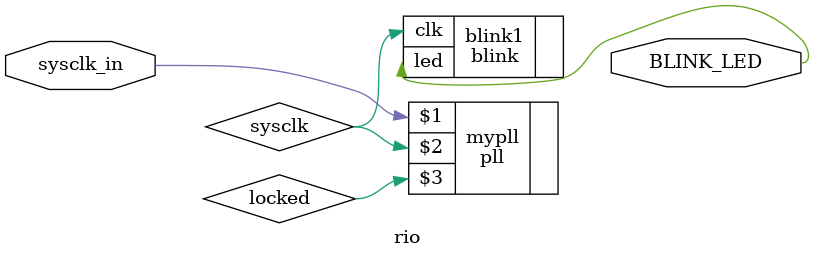
<source format=v>
/*
    ######### TinyFPGA-BX #########
*/

module rio (
        output BLINK_LED,
        input sysclk_in
    );


    wire sysclk;
    wire locked;
    pll mypll(sysclk_in, sysclk, locked);

    blink #(24000000) blink1 (
        .clk (sysclk),
        .led (BLINK_LED)
    );

endmodule

</source>
